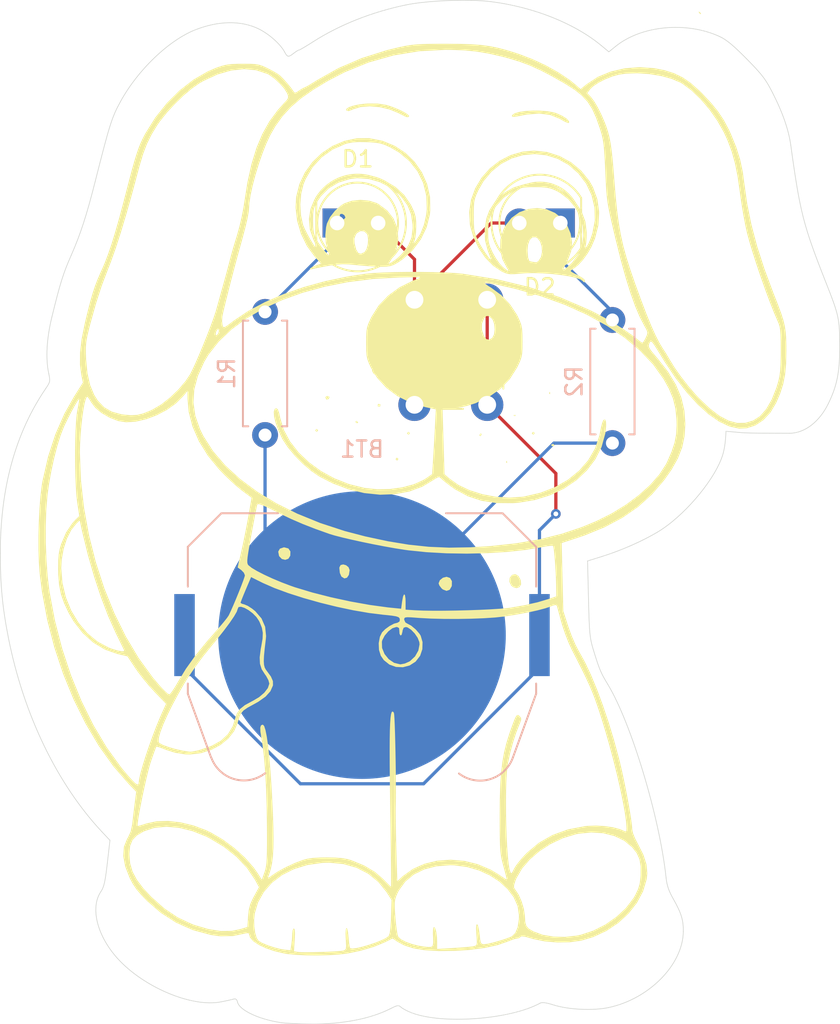
<source format=kicad_pcb>
(kicad_pcb (version 20241229) (generator "pcbnew") (generator_version "9.0")
  (layers (0 "F.Cu" signal) (2 "B.Cu" signal) (13 "F.Paste" user) (15 "B.Paste" user) (5 "F.SilkS" user "F.Silkscreen") (7 "B.SilkS" user "B.Silkscreen") (1 "F.Mask" user) (3 "B.Mask" user) (25 "Edge.Cuts" user))
  (net 0 "")
  (net 1 "Net-(BT1-+)")
  (net 2 "Net-(BT1--)")
  (net 3 "Net-(D2-K)")
  (net 4 "Net-(D1-K)")
  (net 5 "Net-(D1-A)")
  (footprint "Button_Switch_THT:SW_PUSH_6mm" (layer "F.Cu") (at 174.75 91.25 90)
    (property "Reference" "SW1" (at 3.25 -2 90) (layer "F.SilkS"))
    (property "Value" "SW_Push")
    (pad "1" thru_hole circle (at 0 0 180) (size 2 2) (drill 1.1) (layers "*.Cu" "*.Mask") (net 5 "Net-(D1-A)"))
    (pad "1" thru_hole circle (at 6.5 0 180) (size 2 2) (drill 1.1) (layers "*.Cu" "*.Mask") (net 5 "Net-(D1-A)"))
    (pad "2" thru_hole circle (at 0 4.5 180) (size 2 2) (drill 1.1) (layers "*.Cu" "*.Mask") (net 1 "Net-(BT1-+)"))
    (pad "2" thru_hole circle (at 6.5 4.5 180) (size 2 2) (drill 1.1) (layers "*.Cu" "*.Mask") (net 1 "Net-(BT1-+)"))
  )
  (footprint "LED_THT:LED_D5.0mm" (layer "F.Cu") (at 169.96 80)
    (property "Reference" "D1" (at 1.27 -3.96 0) (layer "F.SilkS"))
    (property "Value" "LED")
    (pad "1" thru_hole rect (at 0 0) (size 1.8 1.8) (drill 0.9) (layers "*.Cu" "*.Mask") (net 4 "Net-(D1-K)"))
    (pad "2" thru_hole circle (at 2.54 0) (size 1.8 1.8) (drill 0.9) (layers "*.Cu" "*.Mask") (net 5 "Net-(D1-A)"))
  )
  (footprint "LED_THT:LED_D5.0mm" (layer "F.Cu") (at 183.775 80 180)
    (property "Reference" "D2" (at 1.27 -3.96 0) (layer "F.SilkS"))
    (property "Value" "LED")
    (pad "1" thru_hole rect (at 0 0 180) (size 1.8 1.8) (drill 0.9) (layers "*.Cu" "*.Mask") (net 3 "Net-(D2-K)"))
    (pad "2" thru_hole circle (at 2.54 0 180) (size 1.8 1.8) (drill 0.9) (layers "*.Cu" "*.Mask") (net 5 "Net-(D1-A)"))
  )
  (footprint "LOGO" (layer "F.Cu") (at 173 93.5)
    (property "Reference" "G***" (hide yes))
    (property "Value" "LOGO" (hide yes))
  )
  (footprint "Resistor_THT:R_Axial_DIN0207_L6.3mm_D2.5mm_P7.62mm_Horizontal" (layer "B.Cu") (at 187 86 -90)
    (property "Reference" "R2" (at 3.81 2.37 90) (layer "B.SilkS") (effects (justify mirror)))
    (property "Value" "R")
    (pad "1" thru_hole circle (at 0 0 270) (size 1.6 1.6) (drill 0.8) (layers "*.Cu" "*.Mask") (net 3 "Net-(D2-K)"))
    (pad "2" thru_hole circle (at 7.62 0 270) (size 1.6 1.6) (drill 0.8) (layers "*.Cu" "*.Mask") (net 2 "Net-(BT1--)"))
  )
  (footprint "Battery:BatteryHolder_Keystone_3034_1x20mm" (layer "B.Cu") (at 171.5 105.5 180)
    (property "Reference" "BT1" (at 0 11.5 0) (layer "B.SilkS") (effects (justify mirror)))
    (property "Value" "Battery_Cell")
    (pad "1" smd rect (at -10.985 0 180) (size 1.27 5.08) (layers "B.Cu" "B.Mask" "B.Paste") (net 1 "Net-(BT1-+)"))
    (pad "1" smd rect (at 10.985 0 180) (size 1.27 5.08) (layers "B.Cu" "B.Mask" "B.Paste") (net 1 "Net-(BT1-+)"))
    (pad "2" smd circle (at 0 0 180) (size 17.8 17.8) (layers "B.Cu" "B.Mask") (net 2 "Net-(BT1--)"))
  )
  (footprint "Resistor_THT:R_Axial_DIN0207_L6.3mm_D2.5mm_P7.62mm_Horizontal" (layer "B.Cu") (at 165.5 85.5 -90)
    (property "Reference" "R1" (at 3.81 2.37 90) (layer "B.SilkS") (effects (justify mirror)))
    (property "Value" "R")
    (pad "1" thru_hole circle (at 0 0 270) (size 1.6 1.6) (drill 0.8) (layers "*.Cu" "*.Mask") (net 4 "Net-(D1-K)"))
    (pad "2" thru_hole circle (at 7.62 0 270) (size 1.6 1.6) (drill 0.8) (layers "*.Cu" "*.Mask") (net 2 "Net-(BT1--)"))
  )
  (gr_curve (pts (xy 198.041798 75.191016) (xy 197.910208 74.23744) (xy 197.538554 73.165608) (xy 196.916798 71.947266)) (stroke (width 0.04)) (layer "Edge.Cuts"))
  (gr_curve (pts (xy 190.766406 121.823438) (xy 190.486178 121.330078) (xy 190.373254 120.996964) (xy 190.322266 120.514064)) (stroke (width 0.04)) (layer "Edge.Cuts"))
  (gr_curve (pts (xy 153.5 82) (xy 153.00086 83.134542) (xy 152.8143 83.730598) (xy 152.303906 85.823438)) (stroke (width 0.04)) (layer "Edge.Cuts"))
  (gr_curve (pts (xy 174.23086 66.502344) (xy 172.123604 66.936998) (xy 170.110698 67.734078) (xy 168.480078 68.78008)) (stroke (width 0.04)) (layer "Edge.Cuts"))
  (gr_curve (pts (xy 149.113672 100.426564) (xy 149.113672 102.423124) (xy 149.24427 103.794352) (xy 149.613672 105.666408)) (stroke (width 0.04)) (layer "Edge.Cuts"))
  (gr_curve (pts (xy 149.613672 105.666408) (xy 150.548894 110.40594) (xy 152.633466 114.723656) (xy 155.417578 117.688672)) (stroke (width 0.04)) (layer "Edge.Cuts"))
  (gr_curve (pts (xy 183.370704 128.391404) (xy 184.295924 128.682624) (xy 185.810164 128.752364) (xy 186.771094 128.547664)) (stroke (width 0.04)) (layer "Edge.Cuts"))
  (gr_curve (pts (xy 163.52461 128.031644) (xy 163.692228 127.983444) (xy 163.749318 128.023444) (xy 163.8 128.225384)) (stroke (width 0.04)) (layer "Edge.Cuts"))
  (gr_line (start 186.78125 69.407032) (end 186.307422 69.014064) (stroke (width 0.04)) (layer "Edge.Cuts"))
  (gr_curve (pts (xy 186.711718 108.544922) (xy 186.280764 107.836042) (xy 186.197478 107.636858) (xy 185.821094 106.413672)) (stroke (width 0.04)) (layer "Edge.Cuts"))
  (gr_line (start 185.519532 103.265236) (end 185.46289 100.913672) (stroke (width 0.04)) (layer "Edge.Cuts"))
  (gr_line (start 155.899218 118.201564) (end 155.73711 119.614064) (stroke (width 0.04)) (layer "Edge.Cuts"))
  (gr_curve (pts (xy 174.58711 128.878904) (xy 176.500512 129.603044) (xy 180.680652 129.286684) (xy 182.523828 128.278124)) (stroke (width 0.04)) (layer "Edge.Cuts"))
  (gr_curve (pts (xy 186.771094 128.547664) (xy 189.271666 128.015024) (xy 191.358898 125.894262) (xy 191.388282 123.856642)) (stroke (width 0.04)) (layer "Edge.Cuts"))
  (gr_curve (pts (xy 161.190626 68.041408) (xy 159.548708 68.68487) (xy 157.622388 70.530026) (xy 156.551954 72.484376)) (stroke (width 0.04)) (layer "Edge.Cuts"))
  (gr_curve (pts (xy 166.483594 129.481644) (xy 166.767764 129.523184) (xy 167.583222 129.562544) (xy 168.295704 129.569144)) (stroke (width 0.04)) (layer "Edge.Cuts"))
  (gr_curve (pts (xy 152.110546 89.315236) (xy 152.212012 89.788348) (xy 152.202048 89.837254) (xy 151.925782 90.242188)) (stroke (width 0.04)) (layer "Edge.Cuts"))
  (gr_curve (pts (xy 173.254298 128.621884) (xy 173.709948 128.390984) (xy 173.758926 128.384804) (xy 173.924218 128.534384)) (stroke (width 0.04)) (layer "Edge.Cuts"))
  (gr_curve (pts (xy 191.388282 123.856642) (xy 191.398682 123.135962) (xy 191.266764 122.704338) (xy 190.766406 121.823438)) (stroke (width 0.04)) (layer "Edge.Cuts"))
  (gr_curve (pts (xy 186.307422 69.014064) (xy 184.6565 67.64474) (xy 182.095978 66.628774) (xy 179.470704 66.301172)) (stroke (width 0.04)) (layer "Edge.Cuts"))
  (gr_curve (pts (xy 154.989062 77.416016) (xy 154.452286 79.535566) (xy 154.080818 80.679808) (xy 153.5 82)) (stroke (width 0.04)) (layer "Edge.Cuts"))
  (gr_curve (pts (xy 196.916798 71.947266) (xy 196.482674 71.096594) (xy 196.264116 70.810498) (xy 195.309376 69.84297)) (stroke (width 0.04)) (layer "Edge.Cuts"))
  (gr_curve (pts (xy 182.523828 128.278124) (xy 182.650252 128.208944) (xy 182.894762 128.241604) (xy 183.370704 128.391404)) (stroke (width 0.04)) (layer "Edge.Cuts"))
  (gr_curve (pts (xy 178.260156 66.221486) (xy 176.906354 66.189362) (xy 175.232848 66.295668) (xy 174.23086 66.502344)) (stroke (width 0.04)) (layer "Edge.Cuts"))
  (gr_curve (pts (xy 190.322266 120.514064) (xy 189.92861 116.785964) (xy 188.162416 110.931184) (xy 186.711718 108.544922)) (stroke (width 0.04)) (layer "Edge.Cuts"))
  (gr_curve (pts (xy 197.966798 93.010158) (xy 198.894624 93.008018) (xy 199.809944 92.309684) (xy 200.361718 91.182814)) (stroke (width 0.04)) (layer "Edge.Cuts"))
  (gr_curve (pts (xy 155.338672 121.37461) (xy 154.66818 122.36263) (xy 155.097336 124.095392) (xy 156.360546 125.500392)) (stroke (width 0.04)) (layer "Edge.Cuts"))
  (gr_curve (pts (xy 193.757032 94.55547) (xy 193.920066 94.122834) (xy 193.995826 93.662428) (xy 194.03125 92.889454)) (stroke (width 0.04)) (layer "Edge.Cuts"))
  (gr_curve (pts (xy 167.276562 69.494142) (xy 166.945452 69.754594) (xy 166.8836 69.74654) (xy 166.71211 69.419532)) (stroke (width 0.04)) (layer "Edge.Cuts"))
  (gr_curve (pts (xy 163.8 128.225384) (xy 163.923498 128.717444) (xy 165.133896 129.284304) (xy 166.483594 129.481644)) (stroke (width 0.04)) (layer "Edge.Cuts"))
  (gr_curve (pts (xy 168.295704 129.569144) (xy 170.258332 129.587344) (xy 172.009456 129.252684) (xy 173.254298 128.621884)) (stroke (width 0.04)) (layer "Edge.Cuts"))
  (gr_curve (pts (xy 156.551954 72.484376) (xy 156.016888 73.461282) (xy 155.88703 73.870236) (xy 154.989062 77.416016)) (stroke (width 0.04)) (layer "Edge.Cuts"))
  (gr_curve (pts (xy 201.069922 87.58008) (xy 201.063402 85.928714) (xy 201.015024 85.704046) (xy 200.240626 83.74375)) (stroke (width 0.04)) (layer "Edge.Cuts"))
  (gr_curve (pts (xy 195.309376 69.84297) (xy 194.48655 69.009124) (xy 194.059826 68.65608) (xy 193.638672 68.461328)) (stroke (width 0.04)) (layer "Edge.Cuts"))
  (gr_line (start 185.46289 100.913672) (end 186.342188 100.639454) (stroke (width 0.04)) (layer "Edge.Cuts"))
  (gr_curve (pts (xy 162.769532 128.198444) (xy 163.068684 128.140204) (xy 163.408376 128.065064) (xy 163.52461 128.031644)) (stroke (width 0.04)) (layer "Edge.Cuts"))
  (gr_curve (pts (xy 168.480078 68.78008) (xy 168.038852 69.063114) (xy 167.644592 69.294922) (xy 167.603906 69.294922)) (stroke (width 0.04)) (layer "Edge.Cuts"))
  (gr_curve (pts (xy 185.821094 106.413672) (xy 185.59976 105.694372) (xy 185.57049 105.386968) (xy 185.519532 103.265236)) (stroke (width 0.04)) (layer "Edge.Cuts"))
  (gr_curve (pts (xy 186.342188 100.639454) (xy 187.535368 100.267438) (xy 188.83794 99.69566) (xy 189.802734 99.119922)) (stroke (width 0.04)) (layer "Edge.Cuts"))
  (gr_curve (pts (xy 165.06836 67.969532) (xy 163.988224 67.459342) (xy 162.61092 67.484798) (xy 161.190626 68.041408)) (stroke (width 0.04)) (layer "Edge.Cuts"))
  (gr_line (start 187.204298 69.064064) (end 186.78125 69.407032) (stroke (width 0.04)) (layer "Edge.Cuts"))
  (gr_curve (pts (xy 151.925782 90.242188) (xy 150.051554 92.989316) (xy 149.113672 96.386438) (xy 149.113672 100.426564)) (stroke (width 0.04)) (layer "Edge.Cuts"))
  (gr_curve (pts (xy 179.470704 66.301172) (xy 179.127108 66.258296) (xy 178.711424 66.232194) (xy 178.260156 66.221486)) (stroke (width 0.04)) (layer "Edge.Cuts"))
  (gr_curve (pts (xy 200.361718 91.182814) (xy 200.909148 90.064814) (xy 201.076382 89.21422) (xy 201.069922 87.58008)) (stroke (width 0.04)) (layer "Edge.Cuts"))
  (gr_curve (pts (xy 200.240626 83.74375) (xy 198.81274 80.129222) (xy 198.619912 79.380346) (xy 198.041798 75.191016)) (stroke (width 0.04)) (layer "Edge.Cuts"))
  (gr_curve (pts (xy 173.924218 128.534384) (xy 174.022318 128.623164) (xy 174.32063 128.778064) (xy 174.58711 128.878904)) (stroke (width 0.04)) (layer "Edge.Cuts"))
  (gr_curve (pts (xy 167.603906 69.294922) (xy 167.563218 69.294922) (xy 167.415912 69.38453) (xy 167.276562 69.494142)) (stroke (width 0.04)) (layer "Edge.Cuts"))
  (gr_curve (pts (xy 189.802734 99.119922) (xy 191.357986 98.19183) (xy 193.1788 96.089882) (xy 193.757032 94.55547)) (stroke (width 0.04)) (layer "Edge.Cuts"))
  (gr_curve (pts (xy 166.71211 69.419532) (xy 166.452958 68.92537) (xy 165.71673 68.275782) (xy 165.06836 67.969532)) (stroke (width 0.04)) (layer "Edge.Cuts"))
  (gr_curve (pts (xy 193.638672 68.461328) (xy 191.5911 67.514476) (xy 188.791826 67.776734) (xy 187.204298 69.064064)) (stroke (width 0.04)) (layer "Edge.Cuts"))
  (gr_curve (pts (xy 155.73711 119.614064) (xy 155.604792 120.766064) (xy 155.53114 121.09099) (xy 155.338672 121.37461)) (stroke (width 0.04)) (layer "Edge.Cuts"))
  (gr_line (start 155.417578 117.688672) (end 155.899218 118.201564) (stroke (width 0.04)) (layer "Edge.Cuts"))
  (gr_curve (pts (xy 152.303906 85.823438) (xy 151.978186 87.15903) (xy 151.910546 88.382668) (xy 152.110546 89.315236)) (stroke (width 0.04)) (layer "Edge.Cuts"))
  (gr_curve (pts (xy 194.03125 92.889454) (xy 195.5 93) (xy 194.5 93) (xy 197.966798 93.010158)) (stroke (width 0.04)) (layer "Edge.Cuts"))
  (gr_curve (pts (xy 156.360546 125.500392) (xy 157.96818 127.288464) (xy 160.96428 128.549784) (xy 162.769532 128.198444)) (stroke (width 0.04)) (layer "Edge.Cuts"))
  (segment (start 179.25 91.25) (end 183.5 95.5) (width 0.2) (layer "F.Cu") (net 1))
  (segment (start 179.25 84.75) (end 179.25 91.25) (width 0.2) (layer "F.Cu") (net 1))
  (segment (start 183.5 95.5) (end 183.5 98) (width 0.2) (layer "F.Cu") (net 1))
  (via (at 183.5 98) (size 0.6) (drill 0.3) (layers "F.Cu" "B.Cu") (net 1))
  (segment (start 160.515 107.527179) (end 160.515 105.5) (width 0.2) (layer "B.Cu") (net 1))
  (segment (start 167.688821 114.701) (end 160.515 107.527179) (width 0.2) (layer "B.Cu") (net 1))
  (segment (start 175.311179 114.701) (end 167.688821 114.701) (width 0.2) (layer "B.Cu") (net 1))
  (segment (start 183.5 98) (end 182.485 99.015) (width 0.2) (layer "B.Cu") (net 1))
  (segment (start 182.485 107.527179) (end 175.311179 114.701) (width 0.2) (layer "B.Cu") (net 1))
  (segment (start 182.485 99.015) (end 182.485 105.5) (width 0.2) (layer "B.Cu") (net 1))
  (segment (start 182.485 105.5) (end 182.485 107.527179) (width 0.2) (layer "B.Cu") (net 1))
  (segment (start 183.38 93.62) (end 187 93.62) (width 0.2) (layer "B.Cu") (net 2))
  (segment (start 171.5 105.5) (end 183.38 93.62) (width 0.2) (layer "B.Cu") (net 2))
  (segment (start 171.5 105.5) (end 165.5 99.5) (width 0.2) (layer "B.Cu") (net 2))
  (segment (start 165.5 99.5) (end 165.5 93.12) (width 0.2) (layer "B.Cu") (net 2))
  (segment (start 187 85.5) (end 183.775 82.275) (width 0.2) (layer "B.Cu") (net 3))
  (segment (start 187 86) (end 187 85.5) (width 0.2) (layer "B.Cu") (net 3))
  (segment (start 183.775 82.275) (end 183.775 80) (width 0.2) (layer "B.Cu") (net 3))
  (segment (start 169.96 81.04) (end 169.96 80) (width 0.2) (layer "B.Cu") (net 4))
  (segment (start 165.5 85.5) (end 169.96 81.04) (width 0.2) (layer "B.Cu") (net 4))
  (segment (start 174.75 82.25) (end 174.75 84.75) (width 0.2) (layer "F.Cu") (net 5))
  (segment (start 174.75 91.25) (end 174.75 84.75) (width 0.2) (layer "F.Cu") (net 5))
  (segment (start 179.5 80) (end 174.75 84.75) (width 0.2) (layer "F.Cu") (net 5))
  (segment (start 172.5 80) (end 174.75 82.25) (width 0.2) (layer "F.Cu") (net 5))
  (segment (start 181.235 80) (end 179.5 80) (width 0.2) (layer "F.Cu") (net 5))
)
</source>
